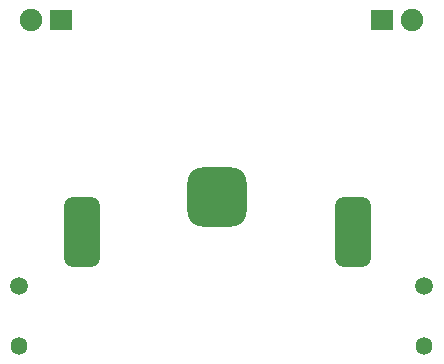
<source format=gbr>
%TF.GenerationSoftware,KiCad,Pcbnew,6.0.6-1.fc36*%
%TF.CreationDate,2022-08-03T23:42:08-05:00*%
%TF.ProjectId,ses-badge,7365732d-6261-4646-9765-2e6b69636164,rev?*%
%TF.SameCoordinates,Original*%
%TF.FileFunction,Soldermask,Bot*%
%TF.FilePolarity,Negative*%
%FSLAX46Y46*%
G04 Gerber Fmt 4.6, Leading zero omitted, Abs format (unit mm)*
G04 Created by KiCad (PCBNEW 6.0.6-1.fc36) date 2022-08-03 23:42:08*
%MOMM*%
%LPD*%
G01*
G04 APERTURE LIST*
G04 Aperture macros list*
%AMRoundRect*
0 Rectangle with rounded corners*
0 $1 Rounding radius*
0 $2 $3 $4 $5 $6 $7 $8 $9 X,Y pos of 4 corners*
0 Add a 4 corners polygon primitive as box body*
4,1,4,$2,$3,$4,$5,$6,$7,$8,$9,$2,$3,0*
0 Add four circle primitives for the rounded corners*
1,1,$1+$1,$2,$3*
1,1,$1+$1,$4,$5*
1,1,$1+$1,$6,$7*
1,1,$1+$1,$8,$9*
0 Add four rect primitives between the rounded corners*
20,1,$1+$1,$2,$3,$4,$5,0*
20,1,$1+$1,$4,$5,$6,$7,0*
20,1,$1+$1,$6,$7,$8,$9,0*
20,1,$1+$1,$8,$9,$2,$3,0*%
G04 Aperture macros list end*
%ADD10R,1.905000X1.800000*%
%ADD11C,1.905000*%
%ADD12C,1.500000*%
%ADD13O,1.400000X1.500000*%
%ADD14RoundRect,0.750000X-0.750000X-2.250000X0.750000X-2.250000X0.750000X2.250000X-0.750000X2.250000X0*%
%ADD15RoundRect,1.250000X-1.250000X-1.250000X1.250000X-1.250000X1.250000X1.250000X-1.250000X1.250000X0*%
G04 APERTURE END LIST*
D10*
%TO.C,D2*%
X147315000Y-79000000D03*
D11*
X149855000Y-79000000D03*
%TD*%
D12*
%TO.C,R1*%
X116586000Y-101600000D03*
D13*
X116586000Y-106680000D03*
%TD*%
D12*
%TO.C,R2*%
X150876000Y-101600000D03*
D13*
X150876000Y-106680000D03*
%TD*%
D10*
%TO.C,D1*%
X120142000Y-79000000D03*
D11*
X117602000Y-79000000D03*
%TD*%
D14*
%TO.C,B1*%
X121850000Y-97028000D03*
X144850000Y-97028000D03*
D15*
X133350000Y-94028000D03*
%TD*%
M02*

</source>
